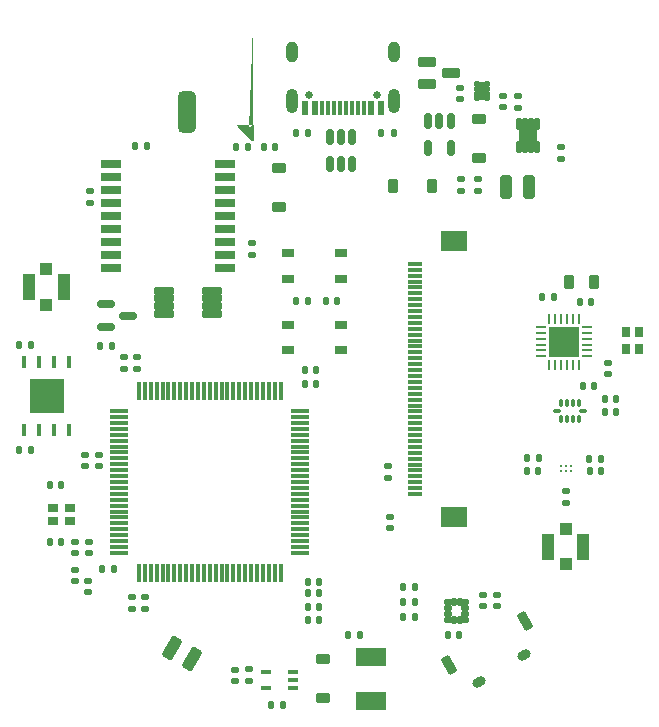
<source format=gbr>
%TF.GenerationSoftware,KiCad,Pcbnew,8.0.1*%
%TF.CreationDate,2024-09-23T16:13:28-04:00*%
%TF.ProjectId,stm32h7,73746d33-3268-4372-9e6b-696361645f70,rev?*%
%TF.SameCoordinates,Original*%
%TF.FileFunction,Soldermask,Top*%
%TF.FilePolarity,Negative*%
%FSLAX46Y46*%
G04 Gerber Fmt 4.6, Leading zero omitted, Abs format (unit mm)*
G04 Created by KiCad (PCBNEW 8.0.1) date 2024-09-23 16:13:28*
%MOMM*%
%LPD*%
G01*
G04 APERTURE LIST*
G04 Aperture macros list*
%AMRoundRect*
0 Rectangle with rounded corners*
0 $1 Rounding radius*
0 $2 $3 $4 $5 $6 $7 $8 $9 X,Y pos of 4 corners*
0 Add a 4 corners polygon primitive as box body*
4,1,4,$2,$3,$4,$5,$6,$7,$8,$9,$2,$3,0*
0 Add four circle primitives for the rounded corners*
1,1,$1+$1,$2,$3*
1,1,$1+$1,$4,$5*
1,1,$1+$1,$6,$7*
1,1,$1+$1,$8,$9*
0 Add four rect primitives between the rounded corners*
20,1,$1+$1,$2,$3,$4,$5,0*
20,1,$1+$1,$4,$5,$6,$7,0*
20,1,$1+$1,$6,$7,$8,$9,0*
20,1,$1+$1,$8,$9,$2,$3,0*%
%AMHorizOval*
0 Thick line with rounded ends*
0 $1 width*
0 $2 $3 position (X,Y) of the first rounded end (center of the circle)*
0 $4 $5 position (X,Y) of the second rounded end (center of the circle)*
0 Add line between two ends*
20,1,$1,$2,$3,$4,$5,0*
0 Add two circle primitives to create the rounded ends*
1,1,$1,$2,$3*
1,1,$1,$4,$5*%
%AMFreePoly0*
4,1,50,0.364509,0.373079,0.400557,0.358147,0.402331,0.356372,0.403779,0.355902,0.406374,0.352329,0.428147,0.330557,0.436043,0.311493,0.440106,0.305902,0.441186,0.299076,0.443079,0.294509,0.443090,0.287057,0.445000,0.275000,0.445000,-0.965000,0.443079,-0.984509,0.428147,-1.020558,0.426371,-1.022333,0.425902,-1.023779,0.422332,-1.026372,0.400558,-1.048147,0.381492,-1.056044,
0.375902,-1.060106,0.371686,-1.060106,0.364509,-1.063079,0.325491,-1.063079,0.318314,-1.060106,0.314098,-1.060106,0.305304,-1.054717,0.289443,-1.048147,0.281262,-1.039984,0.274289,-1.035711,-0.965711,0.204289,-0.978147,0.219443,-0.993079,0.255491,-0.993079,0.258002,-0.993769,0.259357,-0.993079,0.263713,-0.993079,0.294509,-0.985182,0.313573,-0.984101,0.320399,-0.981119,0.323380,
-0.978147,0.330557,-0.950557,0.358147,-0.943380,0.361119,-0.940399,0.364101,-0.930371,0.366508,-0.914509,0.373079,-0.902928,0.373096,-0.895000,0.375000,0.345000,0.375000,0.364509,0.373079,0.364509,0.373079,$1*%
G04 Aperture macros list end*
%ADD10R,0.990600X0.711200*%
%ADD11RoundRect,0.140000X-0.140000X-0.170000X0.140000X-0.170000X0.140000X0.170000X-0.140000X0.170000X0*%
%ADD12RoundRect,0.140000X0.170000X-0.140000X0.170000X0.140000X-0.170000X0.140000X-0.170000X-0.140000X0*%
%ADD13RoundRect,0.135000X-0.135000X-0.185000X0.135000X-0.185000X0.135000X0.185000X-0.135000X0.185000X0*%
%ADD14RoundRect,0.140000X0.140000X0.170000X-0.140000X0.170000X-0.140000X-0.170000X0.140000X-0.170000X0*%
%ADD15RoundRect,0.147500X-0.172500X0.147500X-0.172500X-0.147500X0.172500X-0.147500X0.172500X0.147500X0*%
%ADD16RoundRect,0.218750X-0.218750X-0.381250X0.218750X-0.381250X0.218750X0.381250X-0.218750X0.381250X0*%
%ADD17R,1.000000X1.000000*%
%ADD18R,1.050000X2.200000*%
%ADD19RoundRect,0.225000X0.225000X0.375000X-0.225000X0.375000X-0.225000X-0.375000X0.225000X-0.375000X0*%
%ADD20RoundRect,0.135000X-0.185000X0.135000X-0.185000X-0.135000X0.185000X-0.135000X0.185000X0.135000X0*%
%ADD21R,1.300000X0.300000*%
%ADD22R,2.200000X1.800000*%
%ADD23RoundRect,0.150000X-0.150000X0.512500X-0.150000X-0.512500X0.150000X-0.512500X0.150000X0.512500X0*%
%ADD24R,0.900000X0.800000*%
%ADD25RoundRect,0.250000X0.250000X0.750000X-0.250000X0.750000X-0.250000X-0.750000X0.250000X-0.750000X0*%
%ADD26RoundRect,0.102000X-0.660400X-0.279400X0.660400X-0.279400X0.660400X0.279400X-0.660400X0.279400X0*%
%ADD27RoundRect,0.140000X-0.170000X0.140000X-0.170000X-0.140000X0.170000X-0.140000X0.170000X0.140000X0*%
%ADD28R,0.254000X0.254000*%
%ADD29RoundRect,0.150000X0.150000X-0.512500X0.150000X0.512500X-0.150000X0.512500X-0.150000X-0.512500X0*%
%ADD30RoundRect,0.102000X0.762000X0.228600X-0.762000X0.228600X-0.762000X-0.228600X0.762000X-0.228600X0*%
%ADD31R,0.800000X0.900000*%
%ADD32RoundRect,0.147500X0.147500X0.172500X-0.147500X0.172500X-0.147500X-0.172500X0.147500X-0.172500X0*%
%ADD33RoundRect,0.225000X-0.375000X0.225000X-0.375000X-0.225000X0.375000X-0.225000X0.375000X0.225000X0*%
%ADD34RoundRect,0.225000X0.375000X-0.225000X0.375000X0.225000X-0.375000X0.225000X-0.375000X-0.225000X0*%
%ADD35RoundRect,0.135000X0.135000X0.185000X-0.135000X0.185000X-0.135000X-0.185000X0.135000X-0.185000X0*%
%ADD36R,1.800000X0.800000*%
%ADD37R,0.850001X0.399999*%
%ADD38RoundRect,0.113500X0.143500X0.113500X-0.143500X0.113500X-0.143500X-0.113500X0.143500X-0.113500X0*%
%ADD39RoundRect,0.102000X0.150000X0.650000X-0.150000X0.650000X-0.150000X-0.650000X0.150000X-0.650000X0*%
%ADD40HorizOval,0.800000X0.173205X0.100000X-0.173205X-0.100000X0*%
%ADD41RoundRect,0.131234X0.101625X-0.713551X0.567141X-0.444785X-0.101625X0.713551X-0.567141X0.444785X0*%
%ADD42R,2.500000X1.500000*%
%ADD43RoundRect,0.100000X0.100000X-0.425000X0.100000X0.425000X-0.100000X0.425000X-0.100000X-0.425000X0*%
%ADD44R,3.000000X3.000000*%
%ADD45RoundRect,0.250000X0.591506X0.524519X0.158494X0.774519X-0.591506X-0.524519X-0.158494X-0.774519X0*%
%ADD46RoundRect,0.075000X-0.075000X0.225000X-0.075000X-0.225000X0.075000X-0.225000X0.075000X0.225000X0*%
%ADD47RoundRect,0.075000X-0.237500X0.075000X-0.237500X-0.075000X0.237500X-0.075000X0.237500X0.075000X0*%
%ADD48FreePoly0,270.000000*%
%ADD49RoundRect,0.375000X-0.375000X1.375000X-0.375000X-1.375000X0.375000X-1.375000X0.375000X1.375000X0*%
%ADD50C,0.650000*%
%ADD51R,0.600000X1.240000*%
%ADD52R,0.300000X1.240000*%
%ADD53O,1.000000X2.100000*%
%ADD54O,1.000000X1.800000*%
%ADD55RoundRect,0.150000X-0.587500X-0.150000X0.587500X-0.150000X0.587500X0.150000X-0.587500X0.150000X0*%
%ADD56RoundRect,0.102000X-0.215000X-0.175000X0.215000X-0.175000X0.215000X0.175000X-0.215000X0.175000X0*%
%ADD57RoundRect,0.102000X0.175000X-0.215000X0.175000X0.215000X-0.175000X0.215000X-0.175000X-0.215000X0*%
%ADD58RoundRect,0.075000X-0.725000X-0.075000X0.725000X-0.075000X0.725000X0.075000X-0.725000X0.075000X0*%
%ADD59RoundRect,0.075000X-0.075000X-0.725000X0.075000X-0.725000X0.075000X0.725000X-0.075000X0.725000X0*%
%ADD60RoundRect,0.062500X0.350000X0.062500X-0.350000X0.062500X-0.350000X-0.062500X0.350000X-0.062500X0*%
%ADD61RoundRect,0.062500X0.062500X0.350000X-0.062500X0.350000X-0.062500X-0.350000X0.062500X-0.350000X0*%
%ADD62R,2.600000X2.600000*%
%ADD63RoundRect,0.059250X-0.177750X0.422750X-0.177750X-0.422750X0.177750X-0.422750X0.177750X0.422750X0*%
%ADD64RoundRect,0.102000X-0.650000X0.450000X-0.650000X-0.450000X0.650000X-0.450000X0.650000X0.450000X0*%
G04 APERTURE END LIST*
D10*
%TO.C,SW2*%
X125399998Y-67416501D03*
X129900000Y-67416501D03*
X125399998Y-69566499D03*
X129900000Y-69566499D03*
%TD*%
%TO.C,SW3*%
X125349998Y-61350000D03*
X129850000Y-61350000D03*
X125349998Y-63499998D03*
X129850000Y-63499998D03*
%TD*%
D11*
%TO.C,C27*%
X126820000Y-72400000D03*
X127780000Y-72400000D03*
%TD*%
%TO.C,C33*%
X138900000Y-93650000D03*
X139860000Y-93650000D03*
%TD*%
%TO.C,C11*%
X102620000Y-69100000D03*
X103580000Y-69100000D03*
%TD*%
%TO.C,C14*%
X123970000Y-99600000D03*
X124930000Y-99600000D03*
%TD*%
D12*
%TO.C,C39*%
X141900000Y-91260000D03*
X141900000Y-90300000D03*
%TD*%
D13*
%TO.C,R18*%
X102590000Y-78000000D03*
X103610000Y-78000000D03*
%TD*%
D11*
%TO.C,C16*%
X123320000Y-52400000D03*
X124280000Y-52400000D03*
%TD*%
D13*
%TO.C,R1*%
X126030000Y-65400000D03*
X127050000Y-65400000D03*
%TD*%
D14*
%TO.C,C18*%
X147880000Y-65100000D03*
X146920000Y-65100000D03*
%TD*%
D15*
%TO.C,L3*%
X108600000Y-56115000D03*
X108600000Y-57085000D03*
%TD*%
D13*
%TO.C,R12*%
X150890000Y-78800000D03*
X151910000Y-78800000D03*
%TD*%
D16*
%TO.C,L4*%
X149157500Y-63770000D03*
X151282500Y-63770000D03*
%TD*%
D17*
%TO.C,J4*%
X148900000Y-84700000D03*
D18*
X150375000Y-86200000D03*
D17*
X148900000Y-87700000D03*
D18*
X147425000Y-86200000D03*
%TD*%
D19*
%TO.C,D4*%
X137550000Y-55700000D03*
X134250000Y-55700000D03*
%TD*%
D20*
%TO.C,R9*%
X141450000Y-55090000D03*
X141450000Y-56110000D03*
%TD*%
D13*
%TO.C,R7*%
X133290000Y-51200000D03*
X134310000Y-51200000D03*
%TD*%
D11*
%TO.C,C30*%
X127050000Y-90100000D03*
X128010000Y-90100000D03*
%TD*%
D21*
%TO.C,J5*%
X136150000Y-81750000D03*
X136150000Y-81250000D03*
X136150000Y-80750000D03*
X136150000Y-80250000D03*
X136150000Y-79750000D03*
X136150000Y-79250000D03*
X136150000Y-78750000D03*
X136150000Y-78250000D03*
X136150000Y-77750000D03*
X136150000Y-77250000D03*
X136150000Y-76750000D03*
X136150000Y-76250000D03*
X136150000Y-75750000D03*
X136150000Y-75250000D03*
X136150000Y-74750000D03*
X136150000Y-74250000D03*
X136150000Y-73750000D03*
X136150000Y-73250000D03*
X136150000Y-72750000D03*
X136150000Y-72250000D03*
X136150000Y-71750000D03*
X136150000Y-71250000D03*
X136150000Y-70750000D03*
X136150000Y-70250000D03*
X136150000Y-69750000D03*
X136150000Y-69250000D03*
X136150000Y-68750000D03*
X136150000Y-68250000D03*
X136150000Y-67750000D03*
X136150000Y-67250000D03*
X136150000Y-66750000D03*
X136150000Y-66250000D03*
X136150000Y-65750000D03*
X136150000Y-65250000D03*
X136150000Y-64750000D03*
X136150000Y-64250000D03*
X136150000Y-63750000D03*
X136150000Y-63250000D03*
X136150000Y-62750000D03*
X136150000Y-62250000D03*
D22*
X139400000Y-83650000D03*
X139400000Y-60350000D03*
%TD*%
D23*
%TO.C,U4*%
X139150000Y-50150000D03*
X138200000Y-50150000D03*
X137250000Y-50150000D03*
X137250000Y-52425000D03*
X139150000Y-52425000D03*
%TD*%
D24*
%TO.C,Y1*%
X106900000Y-82900000D03*
X105500000Y-82900000D03*
X105500000Y-84000000D03*
X106900000Y-84000000D03*
%TD*%
D11*
%TO.C,C29*%
X127050000Y-89150000D03*
X128010000Y-89150000D03*
%TD*%
D12*
%TO.C,C3*%
X139900000Y-48310000D03*
X139900000Y-47350000D03*
%TD*%
D11*
%TO.C,C4*%
X105220000Y-85800000D03*
X106180000Y-85800000D03*
%TD*%
D25*
%TO.C,J2*%
X143800000Y-55750000D03*
X145800000Y-55750000D03*
%TD*%
D26*
%TO.C,U7*%
X137134000Y-45134800D03*
X137134000Y-47065200D03*
X139166000Y-46100000D03*
%TD*%
D11*
%TO.C,C20*%
X152220000Y-74800000D03*
X153180000Y-74800000D03*
%TD*%
D12*
%TO.C,C38*%
X143050000Y-91260000D03*
X143050000Y-90300000D03*
%TD*%
D27*
%TO.C,C24*%
X134000000Y-83650000D03*
X134000000Y-84610000D03*
%TD*%
D14*
%TO.C,C2*%
X128030000Y-91300000D03*
X127070000Y-91300000D03*
%TD*%
D28*
%TO.C,U12*%
X149299998Y-79400000D03*
X148899999Y-79400000D03*
X148500000Y-79400000D03*
X148500000Y-79806400D03*
X148899999Y-79806400D03*
X149299998Y-79806400D03*
%TD*%
D20*
%TO.C,R8*%
X140000000Y-55090000D03*
X140000000Y-56110000D03*
%TD*%
D27*
%TO.C,C9*%
X108500000Y-85770000D03*
X108500000Y-86730000D03*
%TD*%
D29*
%TO.C,U3*%
X128900000Y-53800000D03*
X129850000Y-53800000D03*
X130800000Y-53800000D03*
X130800000Y-51525000D03*
X129850000Y-51525000D03*
X128900000Y-51525000D03*
%TD*%
D30*
%TO.C,U5*%
X118932000Y-66465200D03*
X118932000Y-65830200D03*
X118932000Y-65169800D03*
X118932000Y-64534800D03*
X114868000Y-64534800D03*
X114868000Y-65169800D03*
X114868000Y-65830200D03*
X114868000Y-66465200D03*
%TD*%
D31*
%TO.C,Q1_Xtal1*%
X153980000Y-68050000D03*
X153980000Y-69450000D03*
X155080000Y-69450000D03*
X155080000Y-68050000D03*
%TD*%
D20*
%TO.C,R11*%
X148450000Y-52390000D03*
X148450000Y-53410000D03*
%TD*%
D32*
%TO.C,FB1*%
X110635000Y-88080000D03*
X109665000Y-88080000D03*
%TD*%
D20*
%TO.C,R19*%
X133850000Y-79340000D03*
X133850000Y-80360000D03*
%TD*%
D11*
%TO.C,C23*%
X152220000Y-73700000D03*
X153180000Y-73700000D03*
%TD*%
D13*
%TO.C,R16*%
X135090000Y-89600000D03*
X136110000Y-89600000D03*
%TD*%
D14*
%TO.C,C5*%
X106180000Y-81000000D03*
X105220000Y-81000000D03*
%TD*%
D13*
%TO.C,R15*%
X135090000Y-92150000D03*
X136110000Y-92150000D03*
%TD*%
D12*
%TO.C,C12*%
X143550000Y-49010000D03*
X143550000Y-48050000D03*
%TD*%
%TO.C,C34*%
X112600000Y-71130000D03*
X112600000Y-70170000D03*
%TD*%
D33*
%TO.C,D1*%
X141550000Y-49950000D03*
X141550000Y-53250000D03*
%TD*%
D34*
%TO.C,D3*%
X128350000Y-99000000D03*
X128350000Y-95700000D03*
%TD*%
D27*
%TO.C,C10*%
X107350000Y-85770000D03*
X107350000Y-86730000D03*
%TD*%
D20*
%TO.C,R2*%
X122050000Y-96590000D03*
X122050000Y-97610000D03*
%TD*%
D12*
%TO.C,C13*%
X144850000Y-49030000D03*
X144850000Y-48070000D03*
%TD*%
D27*
%TO.C,C22*%
X120850000Y-96620000D03*
X120850000Y-97580000D03*
%TD*%
D12*
%TO.C,C19*%
X148900000Y-82480000D03*
X148900000Y-81520000D03*
%TD*%
D14*
%TO.C,C32*%
X146580000Y-79800000D03*
X145620000Y-79800000D03*
%TD*%
D20*
%TO.C,R4*%
X122300000Y-60490000D03*
X122300000Y-61510000D03*
%TD*%
D35*
%TO.C,R3*%
X122000000Y-52400000D03*
X120980000Y-52400000D03*
%TD*%
D34*
%TO.C,D2*%
X124600000Y-57400000D03*
X124600000Y-54100000D03*
%TD*%
D36*
%TO.C,ATGM336H1*%
X110350000Y-53800000D03*
X110350000Y-56000000D03*
X120050000Y-62600000D03*
X120050000Y-61500000D03*
X120050000Y-60400000D03*
X120050000Y-59300000D03*
X120050000Y-58200000D03*
X120050000Y-57100000D03*
X120050000Y-54900000D03*
X120050000Y-53800000D03*
X110350000Y-54900000D03*
X110350000Y-58200000D03*
X110350000Y-60400000D03*
X110350000Y-61500000D03*
X110350000Y-57100000D03*
X110350000Y-59300000D03*
X110350000Y-62600000D03*
X120050000Y-56000000D03*
%TD*%
D14*
%TO.C,C15*%
X113400000Y-52300000D03*
X112440000Y-52300000D03*
%TD*%
D11*
%TO.C,C31*%
X150920000Y-79800000D03*
X151880000Y-79800000D03*
%TD*%
D35*
%TO.C,R10*%
X110460000Y-69200000D03*
X109440000Y-69200000D03*
%TD*%
D37*
%TO.C,U11*%
X125800000Y-98150000D03*
X125800000Y-97499999D03*
X125800000Y-96850000D03*
X123549999Y-96850000D03*
X123549999Y-98150000D03*
%TD*%
D38*
%TO.C,U2*%
X142255000Y-48243674D03*
X142255000Y-47843674D03*
X142255000Y-47443674D03*
X142255000Y-47043674D03*
X141345000Y-47043674D03*
X141345000Y-47443674D03*
X141345000Y-47843674D03*
X141345000Y-48243674D03*
D39*
X141800000Y-47643674D03*
%TD*%
D40*
%TO.C,SW1*%
X141509397Y-97626403D03*
X145397851Y-95381403D03*
D41*
X145417248Y-92495000D03*
X139000000Y-96200000D03*
%TD*%
D42*
%TO.C,L1*%
X132400000Y-99250000D03*
X132400000Y-95550000D03*
%TD*%
D43*
%TO.C,U9*%
X103045000Y-76300000D03*
X104315000Y-76300000D03*
X105585000Y-76300000D03*
X106855000Y-76300000D03*
X106855000Y-70600000D03*
X105585000Y-70600000D03*
X104315000Y-70600000D03*
X103045000Y-70600000D03*
D44*
X104950000Y-73450000D03*
%TD*%
D45*
%TO.C,J6*%
X115533974Y-94750001D03*
X117266026Y-95749999D03*
%TD*%
D46*
%TO.C,FL1*%
X150000000Y-74000000D03*
X149500000Y-74000000D03*
X149000000Y-74000000D03*
X148500000Y-74000000D03*
D47*
X148187500Y-74700000D03*
D46*
X148500000Y-75400000D03*
X149000000Y-75400000D03*
X149500000Y-75400000D03*
X150000000Y-75400000D03*
D47*
X150312500Y-74700000D03*
%TD*%
D48*
%TO.C,BT1*%
X122050000Y-50800000D03*
D49*
X116785000Y-49395000D03*
%TD*%
D14*
%TO.C,C1*%
X128030000Y-92450000D03*
X127070000Y-92450000D03*
%TD*%
D27*
%TO.C,C35*%
X108200000Y-78400000D03*
X108200000Y-79360000D03*
%TD*%
%TO.C,C17*%
X152500000Y-70620000D03*
X152500000Y-71580000D03*
%TD*%
D50*
%TO.C,J1*%
X132915000Y-47970000D03*
X127135000Y-47970000D03*
D51*
X133225000Y-49090000D03*
X132425000Y-49090000D03*
D52*
X131275000Y-49090000D03*
X130275000Y-49090000D03*
X129775000Y-49090000D03*
X128775000Y-49090000D03*
D51*
X127625000Y-49090000D03*
X126825000Y-49090000D03*
X126825000Y-49090000D03*
X127625000Y-49090000D03*
D52*
X128275000Y-49090000D03*
X129275000Y-49090000D03*
X130775000Y-49090000D03*
X131775000Y-49090000D03*
D51*
X132425000Y-49090000D03*
X133225000Y-49090000D03*
D53*
X134345000Y-48490000D03*
D54*
X134345000Y-44290000D03*
D53*
X125705000Y-48490000D03*
D54*
X125705000Y-44290000D03*
%TD*%
D55*
%TO.C,Q1*%
X109962500Y-65687500D03*
X109962500Y-67587500D03*
X111837500Y-66637500D03*
%TD*%
D12*
%TO.C,C28*%
X111450000Y-71130000D03*
X111450000Y-70170000D03*
%TD*%
D35*
%TO.C,R13*%
X146610000Y-78700000D03*
X145590000Y-78700000D03*
%TD*%
D11*
%TO.C,C6*%
X128570000Y-65400000D03*
X129530000Y-65400000D03*
%TD*%
D35*
%TO.C,R6*%
X127110000Y-51200000D03*
X126090000Y-51200000D03*
%TD*%
D32*
%TO.C,L5*%
X151285000Y-72600000D03*
X150315000Y-72600000D03*
%TD*%
D13*
%TO.C,R5*%
X130490000Y-93650000D03*
X131510000Y-93650000D03*
%TD*%
D27*
%TO.C,C25*%
X113250000Y-90500000D03*
X113250000Y-91460000D03*
%TD*%
D13*
%TO.C,R17*%
X135080000Y-90900000D03*
X136100000Y-90900000D03*
%TD*%
D27*
%TO.C,C37*%
X112150000Y-90500000D03*
X112150000Y-91460000D03*
%TD*%
%TO.C,C8*%
X108450000Y-89100000D03*
X108450000Y-90060000D03*
%TD*%
D56*
%TO.C,U8*%
X138910000Y-90900000D03*
X138910000Y-91400000D03*
X138910000Y-91900000D03*
X138910000Y-92400000D03*
D57*
X139405000Y-92395000D03*
X139905000Y-92395000D03*
D56*
X140400000Y-92400000D03*
X140400000Y-91900000D03*
X140400000Y-91400000D03*
X140400000Y-90900000D03*
D57*
X139905000Y-90905000D03*
X139405000Y-90905000D03*
%TD*%
D27*
%TO.C,C7*%
X107350000Y-88150000D03*
X107350000Y-89110000D03*
%TD*%
D58*
%TO.C,U1*%
X111075000Y-74725000D03*
X111075000Y-75225000D03*
X111075000Y-75725000D03*
X111075000Y-76225000D03*
X111075000Y-76725000D03*
X111075000Y-77225000D03*
X111075000Y-77725000D03*
X111075000Y-78225000D03*
X111075000Y-78725000D03*
X111075000Y-79225000D03*
X111075000Y-79725000D03*
X111075000Y-80225000D03*
X111075000Y-80725000D03*
X111075000Y-81225000D03*
X111075000Y-81725000D03*
X111075000Y-82225000D03*
X111075000Y-82725000D03*
X111075000Y-83225000D03*
X111075000Y-83725000D03*
X111075000Y-84225000D03*
X111075000Y-84725000D03*
X111075000Y-85225000D03*
X111075000Y-85725000D03*
X111075000Y-86225000D03*
X111075000Y-86725000D03*
D59*
X112750000Y-88400000D03*
X113250000Y-88400000D03*
X113750000Y-88400000D03*
X114250000Y-88400000D03*
X114750000Y-88400000D03*
X115250000Y-88400000D03*
X115750000Y-88400000D03*
X116250000Y-88400000D03*
X116750000Y-88400000D03*
X117250000Y-88400000D03*
X117750000Y-88400000D03*
X118250000Y-88400000D03*
X118750000Y-88400000D03*
X119250000Y-88400000D03*
X119750000Y-88400000D03*
X120250000Y-88400000D03*
X120750000Y-88400000D03*
X121250000Y-88400000D03*
X121750000Y-88400000D03*
X122250000Y-88400000D03*
X122750000Y-88400000D03*
X123250000Y-88400000D03*
X123750000Y-88400000D03*
X124250000Y-88400000D03*
X124750000Y-88400000D03*
D58*
X126425000Y-86725000D03*
X126425000Y-86225000D03*
X126425000Y-85725000D03*
X126425000Y-85225000D03*
X126425000Y-84725000D03*
X126425000Y-84225000D03*
X126425000Y-83725000D03*
X126425000Y-83225000D03*
X126425000Y-82725000D03*
X126425000Y-82225000D03*
X126425000Y-81725000D03*
X126425000Y-81225000D03*
X126425000Y-80725000D03*
X126425000Y-80225000D03*
X126425000Y-79725000D03*
X126425000Y-79225000D03*
X126425000Y-78725000D03*
X126425000Y-78225000D03*
X126425000Y-77725000D03*
X126425000Y-77225000D03*
X126425000Y-76725000D03*
X126425000Y-76225000D03*
X126425000Y-75725000D03*
X126425000Y-75225000D03*
X126425000Y-74725000D03*
D59*
X124750000Y-73050000D03*
X124250000Y-73050000D03*
X123750000Y-73050000D03*
X123250000Y-73050000D03*
X122750000Y-73050000D03*
X122250000Y-73050000D03*
X121750000Y-73050000D03*
X121250000Y-73050000D03*
X120750000Y-73050000D03*
X120250000Y-73050000D03*
X119750000Y-73050000D03*
X119250000Y-73050000D03*
X118750000Y-73050000D03*
X118250000Y-73050000D03*
X117750000Y-73050000D03*
X117250000Y-73050000D03*
X116750000Y-73050000D03*
X116250000Y-73050000D03*
X115750000Y-73050000D03*
X115250000Y-73050000D03*
X114750000Y-73050000D03*
X114250000Y-73050000D03*
X113750000Y-73050000D03*
X113250000Y-73050000D03*
X112750000Y-73050000D03*
%TD*%
D11*
%TO.C,C26*%
X126820000Y-71200000D03*
X127780000Y-71200000D03*
%TD*%
D60*
%TO.C,U6*%
X150697500Y-70090000D03*
X150697500Y-69590000D03*
X150697500Y-69090000D03*
X150697500Y-68590000D03*
X150697500Y-68090000D03*
X150697500Y-67590000D03*
D61*
X150010000Y-66902500D03*
X149510000Y-66902500D03*
X149010000Y-66902500D03*
X148510000Y-66902500D03*
X148010000Y-66902500D03*
X147510000Y-66902500D03*
D60*
X146822500Y-67590000D03*
X146822500Y-68090000D03*
X146822500Y-68590000D03*
X146822500Y-69090000D03*
X146822500Y-69590000D03*
X146822500Y-70090000D03*
D61*
X147510000Y-70777500D03*
X148010000Y-70777500D03*
X148510000Y-70777500D03*
X149010000Y-70777500D03*
X149510000Y-70777500D03*
X150010000Y-70777500D03*
D62*
X148760000Y-68840000D03*
%TD*%
D14*
%TO.C,C21*%
X151070000Y-65520000D03*
X150110000Y-65520000D03*
%TD*%
D17*
%TO.C,J3*%
X104900000Y-62700000D03*
D18*
X106375000Y-64200000D03*
D17*
X104900000Y-65700000D03*
D18*
X103425000Y-64200000D03*
%TD*%
D27*
%TO.C,C36*%
X109350000Y-78400000D03*
X109350000Y-79360000D03*
%TD*%
D63*
%TO.C,U10*%
X146450000Y-50400000D03*
X145950000Y-50400000D03*
X145450000Y-50400000D03*
X144950000Y-50400000D03*
X144950000Y-52370000D03*
X145450000Y-52370000D03*
X145950000Y-52370000D03*
X146450000Y-52370000D03*
D64*
X145700000Y-51385000D03*
%TD*%
M02*

</source>
